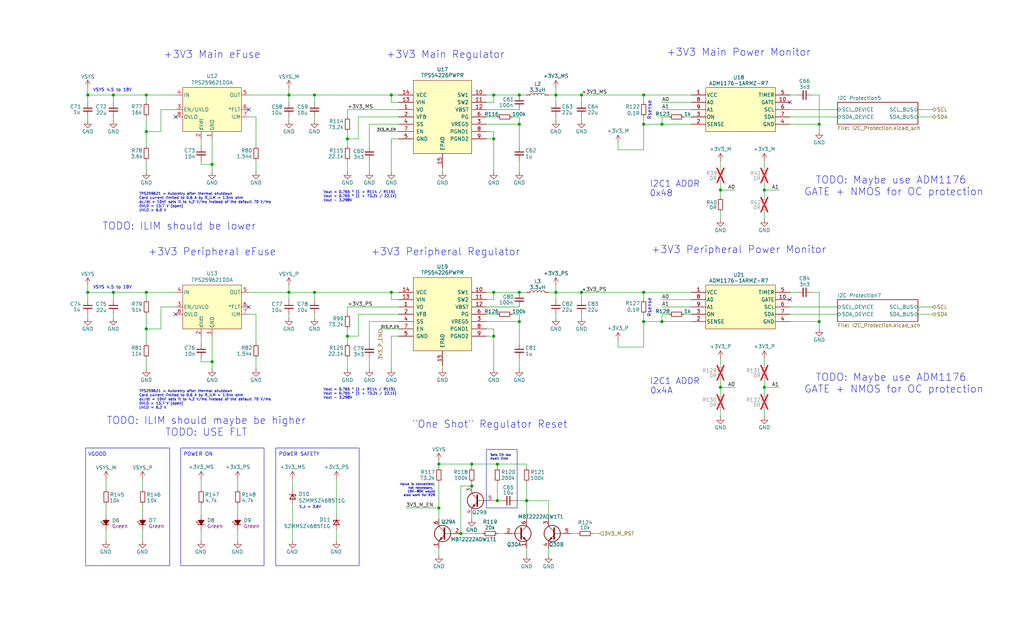
<source format=kicad_sch>
(kicad_sch (version 20231120) (generator "eeschema") (generator_version "8.0")
  (paper "USLegal")
  (title_block (title "Argus Mainboard") (date "2024-11-19") (rev "v2.1") (company "Carnegie Mellon University") (comment 1 "M. Holliday") (comment 2 "N. Khera") (comment 3 "V. Rajesh"))
  (junction (at 171.45 48.26))
  (junction (at 73.66 57.15))
  (junction (at 152.4 161.29))
  (junction (at 30.48 101.6))
  (junction (at 182.88 173.99))
  (junction (at 163.83 168.91))
  (junction (at 180.34 33.02))
  (junction (at 50.8 114.3))
  (junction (at 229.87 43.18))
  (junction (at 201.93 33.02))
  (junction (at 180.34 111.76))
  (junction (at 172.72 173.99))
  (junction (at 50.8 33.02))
  (junction (at 160.02 185.42))
  (junction (at 120.65 48.26))
  (junction (at 284.48 111.76))
  (junction (at 171.45 33.02))
  (junction (at 265.43 134.62))
  (junction (at 223.52 111.76))
  (junction (at 284.48 43.18))
  (junction (at 193.04 101.6))
  (junction (at 120.65 116.84))
  (junction (at 180.34 101.6))
  (junction (at 193.04 33.02))
  (junction (at 171.45 101.6))
  (junction (at 223.52 33.02))
  (junction (at 163.83 161.29))
  (junction (at 250.19 66.04))
  (junction (at 135.89 101.6))
  (junction (at 171.45 116.84))
  (junction (at 223.52 43.18))
  (junction (at 109.22 101.6))
  (junction (at 172.72 161.29))
  (junction (at 135.89 33.02))
  (junction (at 100.33 101.6))
  (junction (at 39.37 33.02))
  (junction (at 229.87 111.76))
  (junction (at 250.19 134.62))
  (junction (at 50.8 101.6))
  (junction (at 100.33 33.02))
  (junction (at 39.37 101.6))
  (junction (at 180.34 43.18))
  (junction (at 73.66 125.73))
  (junction (at 265.43 66.04))
  (junction (at 223.52 101.6))
  (junction (at 30.48 33.02))
  (junction (at 201.93 101.6))
  (junction (at 109.22 33.02))
  (junction (at 152.4 176.53))
  (junction (at 50.8 45.72))
  (no_connect (at 274.32 104.14))
  (no_connect (at 60.96 109.22))
  (no_connect (at 86.36 106.68))
  (no_connect (at 86.36 38.1))
  (no_connect (at 274.32 35.56))
  (no_connect (at 60.96 40.64))
  (wire (pts (xy 223.52 101.6) (xy 223.52 104.14)))
  (wire (pts (xy 193.04 109.22) (xy 193.04 110.49)))
  (wire (pts (xy 168.91 40.64) (xy 172.72 40.64)))
  (wire (pts (xy 182.88 161.29) (xy 182.88 162.56)))
  (wire (pts (xy 86.36 101.6) (xy 100.33 101.6)))
  (wire (pts (xy 229.87 111.76) (xy 240.03 111.76)))
  (wire (pts (xy 73.66 125.73) (xy 73.66 128.27)))
  (wire (pts (xy 201.93 101.6) (xy 223.52 101.6)))
  (wire (pts (xy 50.8 114.3) (xy 55.88 114.3)))
  (wire (pts (xy 190.5 180.34) (xy 190.5 173.99)))
  (wire (pts (xy 50.8 40.64) (xy 50.8 45.72)))
  (wire (pts (xy 116.84 184.15) (xy 116.84 187.96)))
  (wire (pts (xy 120.65 38.1) (xy 138.43 38.1)))
  (wire (pts (xy 88.9 55.88) (xy 88.9 59.69)))
  (wire (pts (xy 284.48 101.6) (xy 284.48 111.76)))
  (wire (pts (xy 120.65 114.3) (xy 120.65 116.84)))
  (wire (pts (xy 30.48 109.22) (xy 30.48 110.49)))
  (wire (pts (xy 152.4 167.64) (xy 152.4 176.53)))
  (wire (pts (xy 290.83 109.22) (xy 274.32 109.22)))
  (wire (pts (xy 124.46 48.26) (xy 120.65 48.26)))
  (wire (pts (xy 132.08 114.3) (xy 138.43 114.3)))
  (wire (pts (xy 128.27 43.18) (xy 138.43 43.18)))
  (wire (pts (xy 171.45 48.26) (xy 171.45 59.69)))
  (wire (pts (xy 160.02 168.91) (xy 163.83 168.91)))
  (wire (pts (xy 318.77 109.22) (xy 323.85 109.22)))
  (wire (pts (xy 30.48 33.02) (xy 30.48 30.48)))
  (wire (pts (xy 193.04 104.14) (xy 193.04 101.6)))
  (wire (pts (xy 160.02 185.42) (xy 167.64 185.42)))
  (wire (pts (xy 201.93 40.64) (xy 201.93 41.91)))
  (wire (pts (xy 128.27 43.18) (xy 128.27 50.8)))
  (wire (pts (xy 182.88 33.02) (xy 180.34 33.02)))
  (wire (pts (xy 39.37 109.22) (xy 39.37 110.49)))
  (wire (pts (xy 88.9 50.8) (xy 88.9 40.64)))
  (wire (pts (xy 284.48 111.76) (xy 284.48 114.3)))
  (wire (pts (xy 193.04 30.48) (xy 193.04 33.02)))
  (wire (pts (xy 318.77 40.64) (xy 323.85 40.64)))
  (wire (pts (xy 135.89 35.56) (xy 135.89 33.02)))
  (wire (pts (xy 69.85 116.84) (xy 69.85 119.38)))
  (wire (pts (xy 120.65 124.46) (xy 120.65 128.27)))
  (wire (pts (xy 182.88 101.6) (xy 180.34 101.6)))
  (wire (pts (xy 284.48 101.6) (xy 281.94 101.6)))
  (wire (pts (xy 101.6 175.26) (xy 101.6 187.96)))
  (wire (pts (xy 101.6 166.37) (xy 101.6 170.18)))
  (polyline (pts (xy 168.91 176.53) (xy 168.91 156.21)))
  (wire (pts (xy 120.65 106.68) (xy 120.65 109.22)))
  (polyline (pts (xy 179.578 176.53) (xy 179.578 156.21)))
  (wire (pts (xy 182.88 180.34) (xy 182.88 173.99)))
  (wire (pts (xy 120.65 106.68) (xy 138.43 106.68)))
  (wire (pts (xy 229.87 35.56) (xy 240.03 35.56)))
  (wire (pts (xy 171.45 33.02) (xy 171.45 35.56)))
  (wire (pts (xy 30.48 104.14) (xy 30.48 101.6)))
  (wire (pts (xy 152.4 193.04) (xy 152.4 190.5)))
  (wire (pts (xy 223.52 101.6) (xy 240.03 101.6)))
  (wire (pts (xy 250.19 142.24) (xy 250.19 144.78)))
  (wire (pts (xy 168.91 111.76) (xy 180.34 111.76)))
  (wire (pts (xy 190.5 173.99) (xy 182.88 173.99)))
  (wire (pts (xy 172.72 185.42) (xy 175.26 185.42)))
  (wire (pts (xy 50.8 109.22) (xy 50.8 114.3)))
  (wire (pts (xy 193.04 33.02) (xy 190.5 33.02)))
  (wire (pts (xy 109.22 35.56) (xy 109.22 33.02)))
  (wire (pts (xy 190.5 190.5) (xy 190.5 193.04)))
  (wire (pts (xy 140.97 176.53) (xy 152.4 176.53)))
  (wire (pts (xy 135.89 104.14) (xy 138.43 104.14)))
  (wire (pts (xy 100.33 99.06) (xy 100.33 101.6)))
  (wire (pts (xy 69.85 125.73) (xy 73.66 125.73)))
  (polyline (pts (xy 179.578 176.53) (xy 168.91 176.53)))
  (wire (pts (xy 50.8 55.88) (xy 50.8 59.69)))
  (wire (pts (xy 124.46 40.64) (xy 138.43 40.64)))
  (wire (pts (xy 116.84 166.37) (xy 116.84 179.07)))
  (wire (pts (xy 124.46 40.64) (xy 124.46 48.26)))
  (wire (pts (xy 86.36 33.02) (xy 100.33 33.02)))
  (wire (pts (xy 250.19 63.5) (xy 250.19 66.04)))
  (wire (pts (xy 171.45 101.6) (xy 180.34 101.6)))
  (wire (pts (xy 265.43 55.88) (xy 265.43 58.42)))
  (wire (pts (xy 290.83 106.68) (xy 274.32 106.68)))
  (wire (pts (xy 153.67 59.69) (xy 153.67 58.42)))
  (wire (pts (xy 274.32 43.18) (xy 284.48 43.18)))
  (wire (pts (xy 69.85 175.26) (xy 69.85 179.07)))
  (wire (pts (xy 172.72 167.64) (xy 172.72 173.99)))
  (wire (pts (xy 39.37 33.02) (xy 39.37 35.56)))
  (wire (pts (xy 55.88 114.3) (xy 55.88 106.68)))
  (wire (pts (xy 265.43 63.5) (xy 265.43 66.04)))
  (wire (pts (xy 229.87 106.68) (xy 240.03 106.68)))
  (wire (pts (xy 205.74 185.42) (xy 208.28 185.42)))
  (wire (pts (xy 88.9 119.38) (xy 88.9 109.22)))
  (wire (pts (xy 274.32 111.76) (xy 284.48 111.76)))
  (wire (pts (xy 171.45 114.3) (xy 171.45 116.84)))
  (wire (pts (xy 135.89 104.14) (xy 135.89 101.6)))
  (wire (pts (xy 223.52 33.02) (xy 240.03 33.02)))
  (wire (pts (xy 201.93 101.6) (xy 193.04 101.6)))
  (wire (pts (xy 318.77 106.68) (xy 323.85 106.68)))
  (wire (pts (xy 290.83 40.64) (xy 274.32 40.64)))
  (wire (pts (xy 135.89 48.26) (xy 135.89 59.69)))
  (wire (pts (xy 163.83 179.07) (xy 163.83 180.34)))
  (wire (pts (xy 179.07 173.99) (xy 182.88 173.99)))
  (wire (pts (xy 182.88 167.64) (xy 182.88 173.99)))
  (wire (pts (xy 128.27 124.46) (xy 128.27 128.27)))
  (wire (pts (xy 201.93 33.02) (xy 223.52 33.02)))
  (wire (pts (xy 50.8 45.72) (xy 50.8 50.8)))
  (wire (pts (xy 120.65 48.26) (xy 120.65 50.8)))
  (wire (pts (xy 73.66 116.84) (xy 73.66 125.73)))
  (wire (pts (xy 193.04 35.56) (xy 193.04 33.02)))
  (wire (pts (xy 172.72 161.29) (xy 182.88 161.29)))
  (wire (pts (xy 223.52 40.64) (xy 223.52 43.18)))
  (wire (pts (xy 50.8 33.02) (xy 60.96 33.02)))
  (wire (pts (xy 55.88 106.68) (xy 60.96 106.68)))
  (wire (pts (xy 120.65 116.84) (xy 120.65 119.38)))
  (wire (pts (xy 138.43 116.84) (xy 135.89 116.84)))
  (wire (pts (xy 265.43 124.46) (xy 265.43 127)))
  (wire (pts (xy 250.19 124.46) (xy 250.19 127)))
  (wire (pts (xy 168.91 109.22) (xy 172.72 109.22)))
  (wire (pts (xy 240.03 40.64) (xy 237.49 40.64)))
  (wire (pts (xy 120.65 38.1) (xy 120.65 40.64)))
  (wire (pts (xy 171.45 116.84) (xy 171.45 128.27)))
  (wire (pts (xy 73.66 48.26) (xy 73.66 57.15)))
  (wire (pts (xy 100.33 33.02) (xy 109.22 33.02)))
  (wire (pts (xy 30.48 33.02) (xy 39.37 33.02)))
  (wire (pts (xy 100.33 33.02) (xy 100.33 35.56)))
  (wire (pts (xy 193.04 101.6) (xy 190.5 101.6)))
  (wire (pts (xy 180.34 43.18) (xy 180.34 50.8)))
  (wire (pts (xy 135.89 101.6) (xy 138.43 101.6)))
  (wire (pts (xy 50.8 114.3) (xy 50.8 119.38)))
  (polyline (pts (xy 179.578 156.21) (xy 168.91 156.21)))
  (wire (pts (xy 168.91 35.56) (xy 171.45 35.56)))
  (wire (pts (xy 152.4 176.53) (xy 152.4 180.34)))
  (wire (pts (xy 82.55 175.26) (xy 82.55 179.07)))
  (wire (pts (xy 180.34 59.69) (xy 180.34 55.88)))
  (wire (pts (xy 30.48 35.56) (xy 30.48 33.02)))
  (wire (pts (xy 172.72 161.29) (xy 172.72 162.56)))
  (wire (pts (xy 177.8 109.22) (xy 180.34 109.22)))
  (wire (pts (xy 168.91 33.02) (xy 171.45 33.02)))
  (wire (pts (xy 124.46 116.84) (xy 120.65 116.84)))
  (wire (pts (xy 120.65 55.88) (xy 120.65 59.69)))
  (wire (pts (xy 130.81 45.72) (xy 138.43 45.72)))
  (wire (pts (xy 153.67 128.27) (xy 153.67 127)))
  (wire (pts (xy 223.52 111.76) (xy 229.87 111.76)))
  (wire (pts (xy 168.91 104.14) (xy 171.45 104.14)))
  (wire (pts (xy 201.93 35.56) (xy 201.93 33.02)))
  (wire (pts (xy 171.45 101.6) (xy 171.45 104.14)))
  (wire (pts (xy 250.19 66.04) (xy 250.19 68.58)))
  (wire (pts (xy 69.85 57.15) (xy 73.66 57.15)))
  (wire (pts (xy 182.88 190.5) (xy 182.88 193.04)))
  (wire (pts (xy 55.88 45.72) (xy 55.88 38.1)))
  (wire (pts (xy 82.55 166.37) (xy 82.55 170.18)))
  (wire (pts (xy 180.34 40.64) (xy 180.34 43.18)))
  (wire (pts (xy 152.4 160.02) (xy 152.4 161.29)))
  (wire (pts (xy 318.77 38.1) (xy 323.85 38.1)))
  (wire (pts (xy 201.93 109.22) (xy 201.93 110.49)))
  (wire (pts (xy 100.33 101.6) (xy 109.22 101.6)))
  (wire (pts (xy 109.22 33.02) (xy 135.89 33.02)))
  (wire (pts (xy 30.48 101.6) (xy 30.48 99.06)))
  (wire (pts (xy 171.45 45.72) (xy 171.45 48.26)))
  (wire (pts (xy 223.52 52.07) (xy 223.52 43.18)))
  (wire (pts (xy 69.85 124.46) (xy 69.85 125.73)))
  (wire (pts (xy 50.8 101.6) (xy 60.96 101.6)))
  (wire (pts (xy 223.52 33.02) (xy 223.52 35.56)))
  (wire (pts (xy 49.53 175.26) (xy 49.53 179.07)))
  (wire (pts (xy 152.4 161.29) (xy 152.4 162.56)))
  (wire (pts (xy 135.89 35.56) (xy 138.43 35.56)))
  (wire (pts (xy 69.85 166.37) (xy 69.85 170.18)))
  (wire (pts (xy 201.93 33.02) (xy 193.04 33.02)))
  (wire (pts (xy 168.91 114.3) (xy 171.45 114.3)))
  (wire (pts (xy 250.19 132.08) (xy 250.19 134.62)))
  (wire (pts (xy 284.48 33.02) (xy 281.94 33.02)))
  (wire (pts (xy 180.34 109.22) (xy 180.34 111.76)))
  (wire (pts (xy 250.19 134.62) (xy 255.27 134.62)))
  (wire (pts (xy 73.66 57.15) (xy 73.66 59.69)))
  (wire (pts (xy 39.37 101.6) (xy 50.8 101.6)))
  (wire (pts (xy 135.89 33.02) (xy 138.43 33.02)))
  (wire (pts (xy 265.43 66.04) (xy 270.51 66.04)))
  (wire (pts (xy 232.41 40.64) (xy 229.87 40.64)))
  (wire (pts (xy 69.85 55.88) (xy 69.85 57.15)))
  (wire (pts (xy 50.8 45.72) (xy 55.88 45.72)))
  (wire (pts (xy 229.87 38.1) (xy 240.03 38.1)))
  (wire (pts (xy 214.63 52.07) (xy 214.63 49.53)))
  (wire (pts (xy 86.36 40.64) (xy 88.9 40.64)))
  (wire (pts (xy 250.19 73.66) (xy 250.19 76.2)))
  (wire (pts (xy 168.91 106.68) (xy 180.34 106.68)))
  (wire (pts (xy 39.37 33.02) (xy 50.8 33.02)))
  (wire (pts (xy 109.22 110.49) (xy 109.22 109.22)))
  (wire (pts (xy 173.99 173.99) (xy 172.72 173.99)))
  (wire (pts (xy 250.19 134.62) (xy 250.19 137.16)))
  (wire (pts (xy 152.4 161.29) (xy 163.83 161.29)))
  (wire (pts (xy 265.43 73.66) (xy 265.43 76.2)))
  (wire (pts (xy 284.48 43.18) (xy 284.48 45.72)))
  (wire (pts (xy 214.63 120.65) (xy 214.63 118.11)))
  (wire (pts (xy 128.27 111.76) (xy 138.43 111.76)))
  (wire (pts (xy 50.8 124.46) (xy 50.8 128.27)))
  (wire (pts (xy 109.22 101.6) (xy 135.89 101.6)))
  (wire (pts (xy 124.46 109.22) (xy 138.43 109.22)))
  (wire (pts (xy 120.65 45.72) (xy 120.65 48.26)))
  (wire (pts (xy 177.8 40.64) (xy 180.34 40.64)))
  (wire (pts (xy 50.8 33.02) (xy 50.8 35.56)))
  (wire (pts (xy 100.33 40.64) (xy 100.33 41.91)))
  (wire (pts (xy 124.46 109.22) (xy 124.46 116.84)))
  (wire (pts (xy 229.87 40.64) (xy 229.87 43.18)))
  (wire (pts (xy 265.43 134.62) (xy 265.43 137.16)))
  (wire (pts (xy 163.83 161.29) (xy 163.83 162.56)))
  (wire (pts (xy 198.12 185.42) (xy 200.66 185.42)))
  (wire (pts (xy 229.87 43.18) (xy 240.03 43.18)))
  (wire (pts (xy 193.04 40.64) (xy 193.04 41.91)))
  (wire (pts (xy 274.32 33.02) (xy 276.86 33.02)))
  (wire (pts (xy 128.27 111.76) (xy 128.27 119.38)))
  (wire (pts (xy 138.43 48.26) (xy 135.89 48.26)))
  (wire (pts (xy 49.53 166.37) (xy 49.53 170.18)))
  (wire (pts (xy 284.48 33.02) (xy 284.48 43.18)))
  (wire (pts (xy 193.04 99.06) (xy 193.04 101.6)))
  (wire (pts (xy 168.91 101.6) (xy 171.45 101.6)))
  (wire (pts (xy 128.27 55.88) (xy 128.27 59.69)))
  (wire (pts (xy 135.89 116.84) (xy 135.89 128.27)))
  (wire (pts (xy 100.33 30.48) (xy 100.33 33.02)))
  (wire (pts (xy 265.43 142.24) (xy 265.43 144.78)))
  (wire (pts (xy 229.87 104.14) (xy 240.03 104.14)))
  (wire (pts (xy 223.52 120.65) (xy 223.52 111.76)))
  (wire (pts (xy 36.83 184.15) (xy 36.83 187.96)))
  (wire (pts (xy 171.45 33.02) (xy 180.34 33.02)))
  (wire (pts (xy 39.37 40.64) (xy 39.37 41.91)))
  (wire (pts (xy 274.32 101.6) (xy 276.86 101.6)))
  (wire (pts (xy 100.33 109.22) (xy 100.33 110.49)))
  (wire (pts (xy 180.34 128.27) (xy 180.34 124.46)))
  (wire (pts (xy 223.52 109.22) (xy 223.52 111.76)))
  (wire (pts (xy 160.02 185.42) (xy 160.02 168.91)))
  (wire (pts (xy 232.41 109.22) (xy 229.87 109.22)))
  (wire (pts (xy 109.22 41.91) (xy 109.22 40.64)))
  (wire (pts (xy 69.85 48.26) (xy 69.85 50.8)))
  (wire (pts (xy 223.52 43.18) (xy 229.87 43.18)))
  (wire (pts (xy 265.43 132.08) (xy 265.43 134.62)))
  (wire (pts (xy 36.83 166.37) (xy 36.83 170.18)))
  (wire (pts (xy 69.85 184.15) (xy 69.85 187.96)))
  (wire (pts (xy 82.55 184.15) (xy 82.55 187.96)))
  (wire (pts (xy 36.83 175.26) (xy 36.83 179.07)))
  (wire (pts (xy 229.87 109.22) (xy 229.87 111.76)))
  (wire (pts (xy 168.91 45.72) (xy 171.45 45.72)))
  (wire (pts (xy 163.83 161.29) (xy 172.72 161.29)))
  (wire (pts (xy 240.03 109.22) (xy 237.49 109.22)))
  (wire (pts (xy 201.93 104.14) (xy 201.93 101.6)))
  (wire (pts (xy 55.88 38.1) (xy 60.96 38.1)))
  (wire (pts (xy 180.34 111.76) (xy 180.34 119.38)))
  (wire (pts (xy 250.19 55.88) (xy 250.19 58.42)))
  (wire (pts (xy 49.53 184.15) (xy 49.53 187.96)))
  (wire (pts (xy 265.43 134.62) (xy 270.51 134.62)))
  (wire (pts (xy 30.48 40.64) (xy 30.48 41.91)))
  (wire (pts (xy 168.91 43.18) (xy 180.34 43.18)))
  (wire (pts (xy 214.63 120.65) (xy 223.52 120.65)))
  (wire (pts (xy 50.8 101.6) (xy 50.8 104.14)))
  (wire (pts (xy 86.36 109.22) (xy 88.9 109.22)))
  (wire (pts (xy 171.45 173.99) (xy 172.72 173.99)))
  (wire (pts (xy 109.22 104.14) (xy 109.22 101.6)))
  (wire (pts (xy 250.19 66.04) (xy 255.27 66.04)))
  (wire (pts (xy 100.33 101.6) (xy 100.33 104.14)))
  (wire (pts (xy 168.91 38.1) (xy 180.34 38.1)))
  (wire (pts (xy 265.43 66.04) (xy 265.43 68.58)))
  (wire (pts (xy 214.63 52.07) (xy 223.52 52.07)))
  (wire (pts (xy 39.37 101.6) (xy 39.37 104.14)))
  (wire (pts (xy 168.91 48.26) (xy 171.45 48.26)))
  (wire (pts (xy 88.9 124.46) (xy 88.9 128.27)))
  (wire (pts (xy 30.48 101.6) (xy 39.37 101.6)))
  (wire (pts (xy 290.83 38.1) (xy 274.32 38.1)))
  (wire (pts (xy 163.83 167.64) (xy 163.83 168.91)))
  (wire (pts (xy 168.91 116.84) (xy 171.45 116.84)))
  (rectangle (start 62.738 155.702) (end 91.694 196.596))
  (rectangle (start 95.758 155.702) (end 124.714 196.596))
  (rectangle (start 29.718 155.702) (end 58.928 196.596))
  (text "+3V3 Peripheral Power Monitor" (at 256.54 88.392 0) (effects (font (size 2.54 2.54)) (justify bottom)))
  (text "Sets EN low\ndwell time" (at 170.18 160.02 0) (effects (font (size 0.7874 0.7874)) (justify left bottom)))
  (text "V_z = 3.6V" (at 107.696 176.276 0) (effects (font (size 0.889 0.889))))
  (text "I2C1 ADDR" (at 243.078 133.858 0) (effects (font (size 2.159 2.159)) (justify right bottom)))
  (text "+3V3 Peripheral eFuse" (at 73.66 89.154 0) (effects (font (size 2.54 2.54)) (justify bottom)))
  (text "TODO: Maybe use ADM1176 \nGATE + NMOS for OC protection" (at 310.388 64.77 0) (effects (font (size 2.54 2.54))))
  (text "VSYS 4.5 to 18V" (at 32.258 32.004 0) (effects (font (size 1.0668 1.0668)) (justify left bottom)))
  (text "0x4A" (at 233.68 137.16 0) (effects (font (size 2.159 2.159)) (justify right bottom)))
  (text "Value is convenient,\nnot necessary. \n10K-80K would\nalso work for R29" (at 151.13 172.72 0) (effects (font (size 0.7874 0.7874)) (justify right bottom)))
  (text "TODO: Maybe use ADM1176 \nGATE + NMOS for OC protection" (at 310.388 133.35 0) (effects (font (size 2.54 2.54))))
  (text "Vout = 0.765 * (1 + R114 / R115)\nVout = 0.765 * (1 + 73.2k / 22.1k)\nVout - 3.298V" (at 112.268 136.906 0) (effects (font (size 0.889 0.889)) (justify left)))
  (text "+3V3 Main Regulator" (at 154.686 20.574 0) (effects (font (size 2.54 2.54)) (justify bottom)))
  (text "Vout = 0.765 * (1 + R114 / R115)\nVout = 0.765 * (1 + 73.2k / 22.1k)\nVout - 3.298V" (at 112.268 68.326 0) (effects (font (size 0.889 0.889)) (justify left)))
  (text "\"One Shot\" Regulator Reset" (at 143.002 149.098 0) (effects (font (size 2.54 2.54)) (justify left bottom)))
  (text "+3V3 Main eFuse" (at 73.66 20.574 0) (effects (font (size 2.54 2.54)) (justify bottom)))
  (text "0x48" (at 233.68 68.58 0) (effects (font (size 2.159 2.159)) (justify right bottom)))
  (text "TODO: ILIM should be lower" (at 62.23 78.74 0) (effects (font (size 2.54 2.54))))
  (text "TPS259621 = Autoretry after thermal shutdown\nCard current limited to 0.6 A by R_ILM = 1.54k ohm\ndv/dt = 10nF sets it to 4.2 V/ms instead of the default 70 V/ms\nOVLO = 13.7 V (open)\nUVLO = 6.2 V" (at 48.26 138.938 0) (effects (font (size 0.889 0.889)) (justify left)))
  (text "Rsense" (at 225.552 106.934 90) (effects (font (size 1.27 1.27))))
  (text "+3V3 Peripheral Regulator" (at 154.686 89.154 0) (effects (font (size 2.54 2.54)) (justify bottom)))
  (text "Rsense" (at 225.552 38.354 90) (effects (font (size 1.27 1.27))))
  (text "TODO: ILIM should maybe be higher\nTODO: USE FLT" (at 71.628 148.336 0) (effects (font (size 2.54 2.54))))
  (text "I2C1 ADDR" (at 243.078 65.278 0) (effects (font (size 2.159 2.159)) (justify right bottom)))
  (text "TPS259621 = Autoretry after thermal shutdown\nCard current limited to 0.6 A by R_ILM = 1.54k ohm\ndv/dt = 10nF sets it to 4.2 V/ms instead of the default 70 V/ms\nOVLO = 13.7 V (open)\nUVLO = 6.0 V" (at 48.26 70.358 0) (effects (font (size 0.889 0.889)) (justify left)))
  (text "VSYS 4.5 to 18V" (at 32.258 100.584 0) (effects (font (size 1.0668 1.0668)) (justify left bottom)))
  (text "POWER SAFETY" (at 103.886 157.988 0) (effects (font (size 1.27 1.27))))
  (text "+3V3 Main Power Monitor" (at 256.54 19.812 0) (effects (font (size 2.54 2.54)) (justify bottom)))
  (text "VGOOD" (at 33.782 157.988 0) (effects (font (size 1.27 1.27))))
  (text "POWER ON" (at 68.834 157.988 0) (effects (font (size 1.27 1.27))))
  (label "A0" (at 255.27 66.04 180))
  (label "A0" (at 229.87 35.56 0))
  (label "3V3_P_EN" (at 132.08 114.3 0) (effects (font (size 0.889 0.889))))
  (label "A0" (at 255.27 134.62 180))
  (label "+3V3_PS" (at 201.93 101.6 0))
  (label "+3V3_MS" (at 201.93 33.02 0))
  (label "A0" (at 229.87 104.14 0))
  (label "3V3_M_EN" (at 140.97 176.53 0))
  (label "A1" (at 270.51 134.62 180))
  (label "+3V3_MS" (at 120.65 38.1 0))
  (label "+3V3_PS" (at 120.65 106.68 0))
  (label "A1" (at 270.51 66.04 180))
  (label "A1" (at 229.87 106.68 0))
  (label "3V3_M_EN" (at 130.81 45.72 0) (effects (font (size 0.889 0.889))))
  (label "A1" (at 229.87 38.1 0))
  (hierarchical_label "SCL" (shape bidirectional) (at 323.85 38.1 0))
  (hierarchical_label "3V3_M_RST" (shape input) (at 208.28 185.42 0))
  (hierarchical_label "SCL" (shape bidirectional) (at 323.85 106.68 0))
  (hierarchical_label "SDA" (shape bidirectional) (at 323.85 40.64 0))
  (hierarchical_label "3V3_P_EN" (shape input) (at 132.08 114.3 270))
  (hierarchical_label "SDA" (shape bidirectional) (at 323.85 109.22 0))
  (symbol (lib_id "Device:C_Small") (at 128.27 121.92 180) (unit 1)
    (property "Reference" "C79" (at 126.492 120.396 0) (effects (justify left bottom)))
    (property "Value" "3n3" (at 126.492 122.428 0) (effects (justify left bottom)))
    (property "Footprint" "Capacitor_SMD:C_0603_1608Metric" (effects (hide yes)))
    (property "Description" "Unpolarized capacitor, small symbol" (effects (hide yes)))
  )
  (symbol (lib_id "power:+3V3") (at 69.85 166.37 0) (unit 1)
    (property "Reference" "#PWR0244" (effects (hide yes)))
    (property "Value" "+3V3_MS" (at 69.85 162.306 0))
    (property "Description" "Power symbol creates a global label with name \"+3V3\"" (effects (hide yes)))
  )
  (symbol (lib_id "power:GND") (at 82.55 187.96 0) (unit 1)
    (property "Reference" "#PWR0243" (effects (hide yes)))
    (property "Value" "GND" (at 84.455 191.77 0) (effects (justify right)))
    (property "Description" "Power symbol creates a global label with name \"GND\" , ground" (effects (hide yes)))
    (property "Author" "Antmicro" (effects (hide yes)))
    (property "License" "Apache-2.0" (effects (hide yes)))
  )
  (symbol (lib_id "Device:R_Small") (at 50.8 121.92 0) (unit 1)
    (property "Reference" "R81" (at 47.498 120.904 0))
    (property "Value" "11k" (at 47.498 122.936 0))
    (property "Footprint" "Resistor_SMD:R_0603_1608Metric" (effects (hide yes)))
    (property "Description" "Resistor, small symbol" (effects (hide yes)))
    (property "DPN" "RMCF0603FT10K0CT-ND" (effects (hide yes)))
    (property "DST" "Digi-Key" (effects (hide yes)))
    (property "MFR" "Stackpole Electronics Inc" (effects (hide yes)))
    (property "MPN" "RMCF0603FT10K0" (effects (hide yes)))
  )
  (symbol (lib_id "power:GND") (at 30.48 110.49 0) (unit 1)
    (property "Reference" "#PWR0169" (effects (hide yes)))
    (property "Value" "GND" (at 30.48 114.3 0))
    (property "Description" "Power symbol creates a global label with name \"GND\" , ground" (effects (hide yes)))
  )
  (symbol (lib_id "Device:R_Small") (at 50.8 53.34 0) (unit 1)
    (property "Reference" "R78" (at 47.498 52.324 0))
    (property "Value" "3.6k" (at 47.498 54.356 0))
    (property "Footprint" "Resistor_SMD:R_0603_1608Metric" (effects (hide yes)))
    (property "Description" "Resistor, small symbol" (effects (hide yes)))
    (property "DPN" "RMCF0603FT10K0CT-ND" (effects (hide yes)))
    (property "DST" "Digi-Key" (effects (hide yes)))
    (property "MFR" "Stackpole Electronics Inc" (effects (hide yes)))
    (property "MPN" "RMCF0603FT10K0" (effects (hide yes)))
  )
  (symbol (lib_id "power:+3V3") (at 193.04 30.48 0) (unit 1)
    (property "Reference" "#PWR0167" (effects (hide yes)))
    (property "Value" "+3V3_MS" (at 193.04 26.416 0))
    (property "Description" "Power symbol creates a global label with name \"+3V3\"" (effects (hide yes)))
  )
  (symbol (lib_id "Device:R_Small") (at 50.8 38.1 0) (unit 1)
    (property "Reference" "R77" (at 47.498 37.084 0))
    (property "Value" "16k" (at 47.498 39.116 0))
    (property "Footprint" "Resistor_SMD:R_0603_1608Metric" (effects (hide yes)))
    (property "Description" "Resistor, small symbol" (effects (hide yes)))
    (property "DPN" "RMCF0603FT10K0CT-ND" (effects (hide yes)))
    (property "DST" "Digi-Key" (effects (hide yes)))
    (property "MFR" "Stackpole Electronics Inc" (effects (hide yes)))
    (property "MPN" "RMCF0603FT10K0" (effects (hide yes)))
  )
  (symbol (lib_id "power:GND") (at 284.48 114.3 0) (unit 1)
    (property "Reference" "#PWR0229" (effects (hide yes)))
    (property "Value" "GND" (at 284.48 118.11 0))
    (property "Description" "Power symbol creates a global label with name \"GND\" , ground" (effects (hide yes)))
  )
  (symbol (lib_id "power:+3V3") (at 116.84 166.37 0) (unit 1)
    (property "Reference" "#PWR0246" (effects (hide yes)))
    (property "Value" "+3V3_PS" (at 116.84 162.306 0))
    (property "Description" "Power symbol creates a global label with name \"+3V3\"" (effects (hide yes)))
  )
  (symbol (lib_id "power:GND") (at 201.93 110.49 0) (unit 1)
    (property "Reference" "#PWR0223" (effects (hide yes)))
    (property "Value" "GND" (at 201.93 114.3 0))
    (property "Description" "Power symbol creates a global label with name \"GND\" , ground" (effects (hide yes)))
  )
  (symbol (lib_id "Device:R_Small") (at 120.65 43.18 180) (unit 1)
    (property "Reference" "R114" (at 119.38 42.164 0) (effects (justify left)))
    (property "Value" "73.2k" (at 119.38 44.196 0) (effects (justify left)))
    (property "Footprint" "Resistor_SMD:R_0603_1608Metric" (effects (hide yes)))
    (property "Description" "Resistor, small symbol" (effects (hide yes)))
  )
  (symbol (lib_id "Device:R_Small") (at 265.43 129.54 0) (mirror x) (unit 1) (dnp yes)
    (property "Reference" "R131" (at 261.62 128.778 0))
    (property "Value" "0R" (at 262.89 130.556 0))
    (property "Footprint" "Resistor_SMD:R_0603_1608Metric" (effects (hide yes)))
    (property "Description" "Resistor, small symbol" (effects (hide yes)))
  )
  (symbol (lib_id "Device:R_Small") (at 250.19 60.96 0) (mirror x) (unit 1) (dnp yes)
    (property "Reference" "R39" (at 247.142 60.198 0))
    (property "Value" "0R" (at 247.65 61.976 0))
    (property "Footprint" "Resistor_SMD:R_0603_1608Metric" (effects (hide yes)))
    (property "Description" "Resistor, small symbol" (effects (hide yes)))
  )
  (symbol (lib_id "power:+BATT") (at 100.33 99.06 0) (unit 1)
    (property "Reference" "#PWR0212" (effects (hide yes)))
    (property "Value" "VSYS_P" (at 100.33 95.25 0))
    (property "Description" "Power symbol creates a global label with name \"+BATT\"" (effects (hide yes)))
  )
  (symbol (lib_id "Device:R_Small") (at 223.52 38.1 0) (mirror x) (unit 1)
    (property "Reference" "R122" (at 219.71 37.084 0))
    (property "Value" "0.1R" (at 219.964 39.37 0))
    (property "Footprint" "Resistor_SMD:R_2512_6332Metric" (effects (hide yes)))
    (property "Description" "Resistor, small symbol" (effects (hide yes)))
  )
  (symbol (lib_id "Device:R_Small") (at 82.55 172.72 180) (unit 1)
    (property "Reference" "R148" (at 83.82 171.196 0) (effects (justify right bottom)))
    (property "Value" "4.7k" (at 88.138 173.228 0) (effects (justify left bottom)))
    (property "Footprint" "Resistor_SMD:R_0603_1608Metric" (effects (hide yes)))
    (property "Description" "Resistor, small symbol" (effects (hide yes)))
    (property "Manufacturer" "Bourns" (effects (hide yes)))
    (property "MPN" "CR0402-FX-4701GLF" (effects (hide yes)))
    (property "Val" "4k7" (effects (hide yes)))
    (property "License" "Apache-2.0" (effects (hide yes)))
    (property "Author" "Antmicro" (effects (hide yes)))
    (property "Tolerance" "1%" (effects (hide yes)))
  )
  (symbol (lib_id "Device:C_Small") (at 69.85 121.92 0) (mirror y) (unit 1)
    (property "Reference" "C76" (at 67.818 120.904 0) (effects (justify left)))
    (property "Value" "10n" (at 67.8561 123.0024 0) (effects (justify left)))
    (property "Footprint" "Capacitor_SMD:C_0603_1608Metric" (effects (hide yes)))
    (property "Description" "10 nF (10000pF) ±10% 50V Ceramic Capacitor X7R 0603 (1608 Metric)" (effects (hide yes)))
    (property "MPN" "C0603C103J3GECAUTO" (effects (hide yes)))
    (property "MFR" "KEMET" (effects (hide yes)))
    (property "DPN" "399-14102-1-ND" (effects (hide yes)))
    (property "DST" "Digi-Key" (effects (hide yes)))
  )
  (symbol (lib_id "power:GND") (at 180.34 128.27 0) (unit 1)
    (property "Reference" "#PWR0220" (effects (hide yes)))
    (property "Value" "GND" (at 180.34 132.08 0))
    (property "Description" "Power symbol creates a global label with name \"GND\" , ground" (effects (hide yes)))
  )
  (symbol (lib_id "power:+BATT") (at 152.4 160.02 0) (unit 1)
    (property "Reference" "#PWR0146" (effects (hide yes)))
    (property "Value" "VSYS" (at 152.4 156.21 0))
    (property "Description" "Power symbol creates a global label with name \"+BATT\"" (effects (hide yes)))
  )
  (symbol (lib_id "Device:LED_Small_Filled") (at 82.55 181.61 90) (unit 1)
    (property "Reference" "D9" (at 84.582 180.848 90) (effects (justify right)))
    (property "Value" "LED_G_0603_LTST-C190GKT" (effects (hide yes)))
    (property "Footprint" "LED_SMD:LED_0603_1608Metric" (effects (hide yes)))
    (property "Description" "Light emitting diode, small symbol, filled shape" (effects (hide yes)))
    (property "MPN" "LTST-C190GKT" (effects (hide yes)))
    (property "Manufacturer" "Lite-On" (effects (hide yes)))
    (property "Author" "Antmicro" (effects (hide yes)))
    (property "License" "Apache-2.0" (effects (hide yes)))
    (property "Public" "False" (effects (hide yes)))
    (property "Color" "Green" (at 84.582 182.88 90) (effects (justify right)))
  )
  (symbol (lib_id "power:+BATT") (at 36.83 166.37 0) (unit 1)
    (property "Reference" "#PWR0236" (effects (hide yes)))
    (property "Value" "VSYS_M" (at 36.83 162.56 0))
    (property "Description" "Power symbol creates a global label with name \"+BATT\"" (effects (hide yes)))
  )
  (symbol (lib_id "Device:C_Small") (at 69.85 53.34 0) (mirror y) (unit 1)
    (property "Reference" "C73" (at 67.818 52.324 0) (effects (justify left)))
    (property "Value" "10n" (at 67.8561 54.4224 0) (effects (justify left)))
    (property "Footprint" "Capacitor_SMD:C_0603_1608Metric" (effects (hide yes)))
    (property "Description" "10 nF (10000pF) ±10% 50V Ceramic Capacitor X7R 0603 (1608 Metric)" (effects (hide yes)))
    (property "MPN" "C0603C103J3GECAUTO" (effects (hide yes)))
    (property "MFR" "KEMET" (effects (hide yes)))
    (property "DPN" "399-14102-1-ND" (effects (hide yes)))
    (property "DST" "Digi-Key" (effects (hide yes)))
  )
  (symbol (lib_id "Argus-IC:ADM1176-1ARMZ-R7") (at 256.54 38.1 0) (unit 1)
    (property "Reference" "U18" (at 256.54 26.924 0))
    (property "Value" "ADM1176-1ARMZ-R7" (at 256.54 28.956 0))
    (property "Footprint" "Package_SO:MSOP-10_3x3mm_P0.5mm" (effects (hide yes)))
    (property "Flight" "ADM1176-1ARMZ-R7" (effects (hide yes)))
    (property "Manufacturer_Name" "Analog Devices Inc." (effects (hide yes)))
    (property "Manufacturer_Part_Number" "ADM1176-1ARMZ-R7" (effects (hide yes)))
    (property "Proto" "ADM1176-1ARMZ-R7" (effects (hide yes)))
  )
  (symbol (lib_id "power:GND") (at 135.89 128.27 0) (unit 1)
    (property "Reference" "#PWR0217" (effects (hide yes)))
    (property "Value" "GND" (at 135.89 132.08 0))
    (property "Description" "Power symbol creates a global label with name \"GND\" , ground" (effects (hide yes)))
  )
  (symbol (lib_id "power:+3V3") (at 214.63 49.53 0) (unit 1)
    (property "Reference" "#PWR0150" (effects (hide yes)))
    (property "Value" "+3V3_M" (at 214.63 45.466 0))
    (property "Description" "Power symbol creates a global label with name \"+3V3\"" (effects (hide yes)))
  )
  (symbol (lib_id "Device:R_Small") (at 234.95 40.64 90) (mirror x) (unit 1)
    (property "Reference" "R123" (at 230.124 39.624 90))
    (property "Value" "1k" (at 238.76 39.624 90))
    (property "Footprint" "Resistor_SMD:R_0603_1608Metric" (effects (hide yes)))
    (property "Description" "Resistor, small symbol" (effects (hide yes)))
  )
  (symbol (lib_id "Device:R_Small") (at 163.83 165.1 0) (mirror y) (unit 1)
    (property "Reference" "R118" (at 162.56 164.084 0) (effects (justify left)))
    (property "Value" "100k" (at 162.56 166.116 0) (effects (justify left)))
    (property "Footprint" "Resistor_SMD:R_0603_1608Metric" (effects (hide yes)))
    (property "Description" "Resistor, small symbol" (effects (hide yes)))
  )
  (symbol (lib_id "power:GND") (at 100.33 110.49 0) (unit 1)
    (property "Reference" "#PWR0213" (effects (hide yes)))
    (property "Value" "GND" (at 100.33 114.3 0))
    (property "Description" "Power symbol creates a global label with name \"GND\" , ground" (effects (hide yes)))
  )
  (symbol (lib_id "power:GND") (at 36.83 187.96 0) (unit 1)
    (property "Reference" "#PWR0237" (effects (hide yes)))
    (property "Value" "GND" (at 38.735 191.77 0) (effects (justify right)))
    (property "Description" "Power symbol creates a global label with name \"GND\" , ground" (effects (hide yes)))
    (property "Author" "Antmicro" (effects (hide yes)))
    (property "License" "Apache-2.0" (effects (hide yes)))
  )
  (symbol (lib_id "Device:R_Small") (at 250.19 71.12 0) (mirror x) (unit 1)
    (property "Reference" "R40" (at 247.142 70.358 0))
    (property "Value" "0R" (at 247.65 72.136 0))
    (property "Footprint" "Resistor_SMD:R_0603_1608Metric" (effects (hide yes)))
    (property "Description" "Resistor, small symbol" (effects (hide yes)))
  )
  (symbol (lib_id "Device:C_Small") (at 30.48 106.68 0) (mirror y) (unit 1)
    (property "Reference" "C74" (at 28.194 105.664 0) (effects (justify left)))
    (property "Value" "1u" (at 27.9781 107.5084 0) (effects (justify left)))
    (property "Footprint" "Capacitor_SMD:C_0603_1608Metric" (effects (hide yes)))
    (property "Description" "1µF ±10% 25V Ceramic Capacitor X5R 0603 (1608 Metric)" (effects (hide yes)))
    (property "MPN" "TMK107BJ105KAHT" (effects (hide yes)))
    (property "MFR" "Taiyo Yuden" (effects (hide yes)))
    (property "DPN" "587-3473-1-ND" (effects (hide yes)))
    (property "DST" "Digi-Key" (effects (hide yes)))
  )
  (symbol (lib_id "power:GND") (at 39.37 110.49 0) (unit 1)
    (property "Reference" "#PWR0208" (effects (hide yes)))
    (property "Value" "GND" (at 39.37 114.3 0))
    (property "Description" "Power symbol creates a global label with name \"GND\" , ground" (effects (hide yes)))
  )
  (symbol (lib_id "power:GND") (at 193.04 110.49 0) (unit 1)
    (property "Reference" "#PWR0222" (effects (hide yes)))
    (property "Value" "GND" (at 193.04 114.3 0))
    (property "Description" "Power symbol creates a global label with name \"GND\" , ground" (effects (hide yes)))
  )
  (symbol (lib_id "Device:C_Small") (at 30.48 38.1 0) (mirror y) (unit 1)
    (property "Reference" "C71" (at 28.194 37.084 0) (effects (justify left)))
    (property "Value" "1u" (at 27.9781 38.9284 0) (effects (justify left)))
    (property "Footprint" "Capacitor_SMD:C_0603_1608Metric" (effects (hide yes)))
    (property "Description" "1µF ±10% 25V Ceramic Capacitor X5R 0603 (1608 Metric)" (effects (hide yes)))
    (property "MPN" "TMK107BJ105KAHT" (effects (hide yes)))
    (property "MFR" "Taiyo Yuden" (effects (hide yes)))
    (property "DPN" "587-3473-1-ND" (effects (hide yes)))
    (property "DST" "Digi-Key" (effects (hide yes)))
  )
  (symbol (lib_id "Device:LED_Small_Filled") (at 36.83 181.61 90) (unit 1)
    (property "Reference" "D6" (at 38.862 180.848 90) (effects (justify right)))
    (property "Value" "LED_G_0603_LTST-C190GKT" (effects (hide yes)))
    (property "Footprint" "LED_SMD:LED_0603_1608Metric" (effects (hide yes)))
    (property "Description" "Light emitting diode, small symbol, filled shape" (effects (hide yes)))
    (property "MPN" "LTST-C190GKT" (effects (hide yes)))
    (property "Manufacturer" "Lite-On" (effects (hide yes)))
    (property "Author" "Antmicro" (effects (hide yes)))
    (property "License" "Apache-2.0" (effects (hide yes)))
    (property "Public" "False" (effects (hide yes)))
    (property "Color" "Green" (at 38.862 182.88 90) (effects (justify right)))
  )
  (symbol (lib_id "power:GND") (at 201.93 41.91 0) (unit 1)
    (property "Reference" "#PWR0149" (effects (hide yes)))
    (property "Value" "GND" (at 201.93 45.72 0))
    (property "Description" "Power symbol creates a global label with name \"GND\" , ground" (effects (hide yes)))
  )
  (symbol (lib_id "Device:C_Small") (at 180.34 35.56 0) (unit 1)
    (property "Reference" "C61" (at 176.53 35.306 0) (effects (justify bottom)))
    (property "Value" "100n" (at 175.768 36.576 0))
    (property "Footprint" "Capacitor_SMD:C_0603_1608Metric" (effects (hide yes)))
    (property "Description" "Unpolarized capacitor, small symbol" (effects (hide yes)))
  )
  (symbol (lib_id "Transistor_BJT:MBT2222ADW1T1") (at 166.37 173.99 0) (mirror y) (unit 2)
    (property "Reference" "Q29" (at 169.164 178.054 0) (effects (justify left)))
    (property "Value" "MBT2222ADW1T1" (effects (hide yes)))
    (property "Footprint" "Package_TO_SOT_SMD:SOT-363_SC-70-6" (effects (hide yes)))
    (property "Datasheet" "http://www.onsemi.com/pub_link/Collateral/MBT2222ADW1T1-D.PDF" (effects (hide yes)))
    (property "Description" "Dual NPN BJT - 2NPN" (effects (hide yes)))
    (property "Flight" "MBT2222ADW1T1G" (effects (hide yes)))
    (property "Manufacturer_Name" "ON Semiconductor" (effects (hide yes)))
    (property "Manufacturer_Part_Number" "MBT2222ADW1T1G" (effects (hide yes)))
    (property "Proto" "MBT2222ADW1T1G" (effects (hide yes)))
  )
  (symbol (lib_id "power:GND") (at 109.22 41.91 0) (unit 1)
    (property "Reference" "#PWR0157" (effects (hide yes)))
    (property "Value" "GND" (at 109.22 45.72 0))
    (property "Description" "Power symbol creates a global label with name \"GND\" , ground" (effects (hide yes)))
  )
  (symbol (lib_id "Device:C_Small") (at 109.22 106.68 0) (unit 1)
    (property "Reference" "C78" (at 103.124 106.426 0) (effects (justify left bottom)))
    (property "Value" "10u" (at 103.124 108.458 0) (effects (justify left bottom)))
    (property "Footprint" "Capacitor_SMD:C_0805_2012Metric" (effects (hide yes)))
    (property "Description" "Unpolarized capacitor, small symbol" (effects (hide yes)))
  )
  (symbol (lib_id "power:+3V3") (at 265.43 55.88 0) (unit 1)
    (property "Reference" "#PWR0160" (effects (hide yes)))
    (property "Value" "+3V3_M" (at 265.43 51.816 0))
    (property "Description" "Power symbol creates a global label with name \"+3V3\"" (effects (hide yes)))
  )
  (symbol (lib_id "power:+3V3") (at 82.55 166.37 0) (unit 1)
    (property "Reference" "#PWR0240" (effects (hide yes)))
    (property "Value" "+3V3_PS" (at 82.55 162.306 0))
    (property "Description" "Power symbol creates a global label with name \"+3V3\"" (effects (hide yes)))
  )
  (symbol (lib_id "Device:C_Small") (at 201.93 106.68 180) (unit 1)
    (property "Reference" "C83" (at 203.962 104.902 0) (effects (justify right bottom)))
    (property "Value" "22u" (at 203.962 106.934 0) (effects (justify right bottom)))
    (property "Footprint" "Capacitor_SMD:C_0603_1608Metric" (effects (hide yes)))
    (property "Description" "Unpolarized capacitor, small symbol" (effects (hide yes)))
  )
  (symbol (lib_id "Transistor_BJT:MBT2222ADW1T1") (at 193.04 185.42 0) (mirror y) (unit 2)
    (property "Reference" "Q30" (at 195.834 189.23 0) (effects (justify left)))
    (property "Value" "MBT2222ADW1T1" (effects (hide yes)))
    (property "Footprint" "Package_TO_SOT_SMD:SOT-363_SC-70-6" (effects (hide yes)))
    (property "Datasheet" "http://www.onsemi.com/pub_link/Collateral/MBT2222ADW1T1-D.PDF" (effects (hide yes)))
    (property "Description" "Dual NPN BJT - 2NPN" (effects (hide yes)))
    (property "Flight" "MBT2222ADW1T1G" (effects (hide yes)))
    (property "Manufacturer_Name" "ON Semiconductor" (effects (hide yes)))
    (property "Manufacturer_Part_Number" "MBT2222ADW1T1G" (effects (hide yes)))
    (property "Proto" "MBT2222ADW1T1G" (effects (hide yes)))
  )
  (symbol (lib_id "power:GND") (at 39.37 41.91 0) (unit 1)
    (property "Reference" "#PWR0111" (effects (hide yes)))
    (property "Value" "GND" (at 39.37 45.72 0))
    (property "Description" "Power symbol creates a global label with name \"GND\" , ground" (effects (hide yes)))
  )
  (symbol (lib_id "power:GND") (at 250.19 144.78 0) (unit 1)
    (property "Reference" "#PWR0226" (effects (hide yes)))
    (property "Value" "GND" (at 250.19 148.59 0))
    (property "Description" "Power symbol creates a global label with name \"GND\" , ground" (effects (hide yes)))
  )
  (symbol (lib_id "power:GND") (at 180.34 59.69 0) (unit 1)
    (property "Reference" "#PWR0145" (effects (hide yes)))
    (property "Value" "GND" (at 180.34 63.5 0))
    (property "Description" "Power symbol creates a global label with name \"GND\" , ground" (effects (hide yes)))
  )
  (symbol (lib_id "Device:R_Small") (at 175.26 109.22 270) (unit 1)
    (property "Reference" "R126" (at 168.148 108.966 90) (effects (justify left bottom)))
    (property "Value" "100k" (at 177.8 108.966 90) (effects (justify left bottom)))
    (property "Footprint" "Resistor_SMD:R_0603_1608Metric" (effects (hide yes)))
    (property "Description" "Resistor, small symbol" (effects (hide yes)))
  )
  (symbol (lib_id "power:GND") (at 265.43 144.78 0) (unit 1)
    (property "Reference" "#PWR0228" (effects (hide yes)))
    (property "Value" "GND" (at 265.43 148.59 0))
    (property "Description" "Power symbol creates a global label with name \"GND\" , ground" (effects (hide yes)))
  )
  (symbol (lib_id "Device:C_Small") (at 100.33 38.1 0) (unit 1)
    (property "Reference" "C58" (at 94.234 37.846 0) (effects (justify left bottom)))
    (property "Value" "10u" (at 94.234 39.878 0) (effects (justify left bottom)))
    (property "Footprint" "Capacitor_SMD:C_0805_2012Metric" (effects (hide yes)))
    (property "Description" "Unpolarized capacitor, small symbol" (effects (hide yes)))
  )
  (symbol (lib_id "power:GND") (at 101.6 187.96 0) (unit 1)
    (property "Reference" "#PWR0242" (effects (hide yes)))
    (property "Value" "GND" (at 103.505 191.77 0) (effects (justify right)))
    (property "Description" "Power symbol creates a global label with name \"GND\" , ground" (effects (hide yes)))
    (property "Author" "Antmicro" (effects (hide yes)))
    (property "License" "Apache-2.0" (effects (hide yes)))
  )
  (symbol (lib_id "power:GND") (at 30.48 41.91 0) (unit 1)
    (property "Reference" "#PWR0109" (effects (hide yes)))
    (property "Value" "GND" (at 30.48 45.72 0))
    (property "Description" "Power symbol creates a global label with name \"GND\" , ground" (effects (hide yes)))
  )
  (symbol (lib_id "Device:C_Small") (at 109.22 38.1 0) (unit 1)
    (property "Reference" "C59" (at 103.124 37.846 0) (effects (justify left bottom)))
    (property "Value" "10u" (at 103.124 39.878 0) (effects (justify left bottom)))
    (property "Footprint" "Capacitor_SMD:C_0805_2012Metric" (effects (hide yes)))
    (property "Description" "Unpolarized capacitor, small symbol" (effects (hide yes)))
  )
  (symbol (lib_id "power:GND") (at 120.65 128.27 0) (unit 1)
    (property "Reference" "#PWR0215" (effects (hide yes)))
    (property "Value" "GND" (at 120.65 132.08 0))
    (property "Description" "Power symbol creates a global label with name \"GND\" , ground" (effects (hide yes)))
  )
  (symbol (lib_id "Device:C_Small") (at 176.53 173.99 270) (unit 1)
    (property "Reference" "C65" (at 176.53 169.418 90))
    (property "Value" "10u" (at 176.53 171.196 90))
    (property "Footprint" "Capacitor_SMD:C_0603_1608Metric" (effects (hide yes)))
    (property "Description" "10uF +-20% 10V X5R" (effects (hide yes)))
  )
  (symbol (lib_id "power:GND") (at 265.43 76.2 0) (unit 1)
    (property "Reference" "#PWR0161" (effects (hide yes)))
    (property "Value" "GND" (at 265.43 80.01 0))
    (property "Description" "Power symbol creates a global label with name \"GND\" , ground" (effects (hide yes)))
  )
  (symbol (lib_id "power:+BATT") (at 100.33 30.48 0) (unit 1)
    (property "Reference" "#PWR0138" (effects (hide yes)))
    (property "Value" "VSYS_M" (at 100.33 26.67 0))
    (property "Description" "Power symbol creates a global label with name \"+BATT\"" (effects (hide yes)))
  )
  (symbol (lib_id "power:+3V3") (at 250.19 124.46 0) (unit 1)
    (property "Reference" "#PWR0225" (effects (hide yes)))
    (property "Value" "+3V3_P" (at 250.19 120.396 0))
    (property "Description" "Power symbol creates a global label with name \"+3V3\"" (effects (hide yes)))
  )
  (symbol (lib_id "Device:R_Small") (at 50.8 106.68 0) (unit 1)
    (property "Reference" "R79" (at 47.498 105.664 0))
    (property "Value" "51k" (at 47.498 107.696 0))
    (property "Footprint" "Resistor_SMD:R_0603_1608Metric" (effects (hide yes)))
    (property "Description" "Resistor, small symbol" (effects (hide yes)))
    (property "DPN" "RMCF0603FT10K0CT-ND" (effects (hide yes)))
    (property "DST" "Digi-Key" (effects (hide yes)))
    (property "MFR" "Stackpole Electronics Inc" (effects (hide yes)))
    (property "MPN" "RMCF0603FT10K0" (effects (hide yes)))
  )
  (symbol (lib_id "Device:R_Small") (at 120.65 111.76 180) (unit 1)
    (property "Reference" "R99" (at 119.38 110.744 0) (effects (justify left)))
    (property "Value" "73.2k" (at 119.38 112.776 0) (effects (justify left)))
    (property "Footprint" "Resistor_SMD:R_0603_1608Metric" (effects (hide yes)))
    (property "Description" "Resistor, small symbol" (effects (hide yes)))
  )
  (symbol (lib_id "Device:R_Small") (at 182.88 165.1 0) (mirror y) (unit 1)
    (property "Reference" "R121" (at 184.15 164.084 0) (effects (justify right)))
    (property "Value" "100k" (at 184.15 166.116 0) (effects (justify right)))
    (property "Footprint" "Resistor_SMD:R_0603_1608Metric" (effects (hide yes)))
    (property "Description" "Resistor, small symbol" (effects (hide yes)))
  )
  (symbol (lib_id "power:+3V3") (at 214.63 118.11 0) (unit 1)
    (property "Reference" "#PWR0224" (effects (hide yes)))
    (property "Value" "+3V3_P" (at 214.63 114.046 0))
    (property "Description" "Power symbol creates a global label with name \"+3V3\"" (effects (hide yes)))
  )
  (symbol (lib_id "power:GND") (at 190.5 193.04 0) (unit 1)
    (property "Reference" "#PWR0152" (effects (hide yes)))
    (property "Value" "GND" (at 190.5 196.85 0))
    (property "Description" "Power symbol creates a global label with name \"GND\" , ground" (effects (hide yes)))
  )
  (symbol (lib_id "power:GND") (at 116.84 187.96 0) (unit 1)
    (property "Reference" "#PWR0247" (effects (hide yes)))
    (property "Value" "GND" (at 118.745 191.77 0) (effects (justify right)))
    (property "Description" "Power symbol creates a global label with name \"GND\" , ground" (effects (hide yes)))
    (property "Author" "Antmicro" (effects (hide yes)))
    (property "License" "Apache-2.0" (effects (hide yes)))
  )
  (symbol (lib_id "power:+3V3") (at 193.04 99.06 0) (unit 1)
    (property "Reference" "#PWR0221" (effects (hide yes)))
    (property "Value" "+3V3_PS" (at 193.04 94.996 0))
    (property "Description" "Power symbol creates a global label with name \"+3V3\"" (effects (hide yes)))
  )
  (symbol (lib_id "Device:C_Small") (at 180.34 121.92 0) (unit 1)
    (property "Reference" "C81" (at 182.372 120.904 0) (effects (justify left)))
    (property "Value" "1u" (at 182.372 122.936 0) (effects (justify left)))
    (property "Footprint" "Capacitor_SMD:C_0603_1608Metric" (effects (hide yes)))
    (property "Description" "Unpolarized capacitor, small symbol" (effects (hide yes)))
  )
  (symbol (lib_id "Device:R_Small") (at 69.85 172.72 180) (unit 1)
    (property "Reference" "R147" (at 71.12 171.196 0) (effects (justify right bottom)))
    (property "Value" "4.7k" (at 75.438 173.228 0) (effects (justify left bottom)))
    (property "Footprint" "Resistor_SMD:R_0603_1608Metric" (effects (hide yes)))
    (property "Description" "Resistor, small symbol" (effects (hide yes)))
    (property "Manufacturer" "Bourns" (effects (hide yes)))
    (property "MPN" "CR0402-FX-4701GLF" (effects (hide yes)))
    (property "Val" "4k7" (effects (hide yes)))
    (property "License" "Apache-2.0" (effects (hide yes)))
    (property "Author" "Antmicro" (effects (hide yes)))
    (property "Tolerance" "1%" (effects (hide yes)))
  )
  (symbol (lib_id "Device:C_Small") (at 201.93 38.1 180) (unit 1)
    (property "Reference" "C64" (at 203.962 36.322 0) (effects (justify right bottom)))
    (property "Value" "22u" (at 203.962 38.354 0) (effects (justify right bottom)))
    (property "Footprint" "Capacitor_SMD:C_0603_1608Metric" (effects (hide yes)))
    (property "Description" "Unpolarized capacitor, small symbol" (effects (hide yes)))
  )
  (symbol (lib_id "power:GND") (at 152.4 193.04 0) (unit 1)
    (property "Reference" "#PWR0147" (effects (hide yes)))
    (property "Value" "GND" (at 152.4 196.85 0))
    (property "Description" "Power symbol creates a global label with name \"GND\" , ground" (effects (hide yes)))
  )
  (symbol (lib_id "power:+BATT") (at 30.48 99.06 0) (unit 1)
    (property "Reference" "#PWR0168" (effects (hide yes)))
    (property "Value" "VSYS" (at 30.48 95.25 0))
    (property "Description" "Power symbol creates a global label with name \"+BATT\"" (effects (hide yes)))
  )
  (symbol (lib_id "Device:R_Small") (at 223.52 106.68 0) (mirror x) (unit 1)
    (property "Reference" "R127" (at 219.71 105.41 0))
    (property "Value" "0.1R" (at 219.964 107.696 0))
    (property "Footprint" "Resistor_SMD:R_2512_6332Metric" (effects (hide yes)))
    (property "Description" "Resistor, small symbol" (effects (hide yes)))
  )
  (symbol (lib_id "power:GND") (at 153.67 128.27 0) (unit 1)
    (property "Reference" "#PWR0218" (effects (hide yes)))
    (property "Value" "GND" (at 153.67 132.08 0))
    (property "Description" "Power symbol creates a global label with name \"GND\" , ground" (effects (hide yes)))
  )
  (symbol (lib_id "Device:R_Small") (at 36.83 172.72 180) (unit 1)
    (property "Reference" "R145" (at 38.1 171.196 0) (effects (justify right bottom)))
    (property "Value" "10k" (at 41.656 173.228 0) (effects (justify left bottom)))
    (property "Footprint" "Resistor_SMD:R_0603_1608Metric" (effects (hide yes)))
    (property "Description" "Resistor, small symbol" (effects (hide yes)))
    (property "Manufacturer" "Bourns" (effects (hide yes)))
    (property "MPN" "CR0402-FX-4701GLF" (effects (hide yes)))
    (property "Val" "4k7" (effects (hide yes)))
    (property "License" "Apache-2.0" (effects (hide yes)))
    (property "Author" "Antmicro" (effects (hide yes)))
    (property "Tolerance" "1%" (effects (hide yes)))
  )
  (symbol (lib_id "Device:L") (at 186.69 33.02 90) (unit 1)
    (property "Reference" "L2" (at 186.69 29.21 90))
    (property "Value" "3.3uH" (at 186.69 31.242 90))
    (property "Footprint" "Inductor_SMD:L_1812_4532Metric" (effects (hide yes)))
    (property "Datasheet" "https://datasheet.lcsc.com/lcsc/2009171412_TAI-TECH-HPC5040NF-3R3MTH_C304367.pdf" (effects (hide yes)))
    (property "Description" "3.3uH Shielded Inductor" (effects (hide yes)))
    (property "Flight" "SPM5030T-3R3M-HZ" (effects (hide yes)))
    (property "Manufacturer_Name" "TAI-TECH" (effects (hide yes)))
    (property "Manufacturer_Part_Number" "HPC5040NF-3R3MTH" (effects (hide yes)))
    (property "Proto" "HPC5040NF-3R3MTH" (effects (hide yes)))
  )
  (symbol (lib_id "Device:D_Zener_Small") (at 101.6 172.72 270) (unit 1)
    (property "Reference" "D10" (at 103.632 171.704 90) (effects (justify left)))
    (property "Value" "SZMMSZ4685T1G" (at 103.632 173.99 90) (effects (justify left)))
    (property "Description" "Zener diode, small symbol" (effects (hide yes)))
  )
  (symbol (lib_id "power:GND") (at 171.45 59.69 0) (unit 1)
    (property "Reference" "#PWR0144" (effects (hide yes)))
    (property "Value" "GND" (at 171.45 63.5 0))
    (property "Description" "Power symbol creates a global label with name \"GND\" , ground" (effects (hide yes)))
  )
  (symbol (lib_id "Device:C_Small") (at 180.34 53.34 0) (unit 1)
    (property "Reference" "C62" (at 182.372 52.324 0) (effects (justify left)))
    (property "Value" "1u" (at 182.372 54.356 0) (effects (justify left)))
    (property "Footprint" "Capacitor_SMD:C_0603_1608Metric" (effects (hide yes)))
    (property "Description" "Unpolarized capacitor, small symbol" (effects (hide yes)))
  )
  (symbol (lib_id "Device:R_Small") (at 88.9 53.34 0) (mirror y) (unit 1)
    (property "Reference" "R80" (at 87.63 52.324 0) (effects (justify left)))
    (property "Value" "1.54k" (at 87.63 54.356 0) (effects (justify left)))
    (property "Footprint" "Resistor_SMD:R_0603_1608Metric" (effects (hide yes)))
    (property "Description" "Resistor, small symbol" (effects (hide yes)))
    (property "DPN" "RMCF0603FT604RCT-ND" (effects (hide yes)))
    (property "DST" "Digi-Key" (effects (hide yes)))
    (property "MFR" "Stackpole Electronics Inc" (effects (hide yes)))
    (property "MPN" "RMCF0603FT604R" (effects (hide yes)))
  )
  (symbol (lib_id "Device:R_Small") (at 250.19 139.7 0) (mirror x) (unit 1) (dnp yes)
    (property "Reference" "R130" (at 246.38 138.938 0))
    (property "Value" "0R" (at 247.65 140.716 0))
    (property "Footprint" "Resistor_SMD:R_0603_1608Metric" (effects (hide yes)))
    (property "Description" "Resistor, small symbol" (effects (hide yes)))
  )
  (symbol (lib_id "Device:C_Small") (at 128.27 53.34 180) (unit 1)
    (property "Reference" "C60" (at 126.492 51.816 0) (effects (justify left bottom)))
    (property "Value" "3n3" (at 126.492 53.848 0) (effects (justify left bottom)))
    (property "Footprint" "Capacitor_SMD:C_0603_1608Metric" (effects (hide yes)))
    (property "Description" "Unpolarized capacitor, small symbol" (effects (hide yes)))
  )
  (symbol (lib_id "power:+3V3") (at 101.6 166.37 0) (unit 1)
    (property "Reference" "#PWR0245" (effects (hide yes)))
    (property "Value" "+3V3_MS" (at 101.6 162.306 0))
    (property "Description" "Power symbol creates a global label with name \"+3V3\"" (effects (hide yes)))
  )
  (symbol (lib_id "Device:C_Small") (at 279.4 101.6 270) (unit 1)
    (property "Reference" "C84" (at 279.4 96.774 90))
    (property "Value" "3n3" (at 279.4 98.8314 90))
    (property "Footprint" "Capacitor_SMD:C_0603_1608Metric" (effects (hide yes)))
    (property "Description" "3.3nF +-10% 100V X7R 0603" (effects (hide yes)))
  )
  (symbol (lib_id "Argus-IC:ADM1176-1ARMZ-R7") (at 256.54 106.68 0) (unit 1)
    (property "Reference" "U21" (at 256.54 95.504 0))
    (property "Value" "ADM1176-1ARMZ-R7" (at 256.54 97.536 0))
    (property "Footprint" "Package_SO:MSOP-10_3x3mm_P0.5mm" (effects (hide yes)))
    (property "Flight" "ADM1176-1ARMZ-R7" (effects (hide yes)))
    (property "Manufacturer_Name" "Analog Devices Inc." (effects (hide yes)))
    (property "Manufacturer_Part_Number" "ADM1176-1ARMZ-R7" (effects (hide yes)))
    (property "Proto" "ADM1176-1ARMZ-R7" (effects (hide yes)))
  )
  (symbol (lib_id "Device:R_Small") (at 170.18 185.42 270) (mirror x) (unit 1)
    (property "Reference" "R119" (at 170.18 181.356 90))
    (property "Value" "20k" (at 170.18 183.388 90))
    (property "Footprint" "Resistor_SMD:R_0603_1608Metric" (effects (hide yes)))
    (property "Description" "Resistor, small symbol" (effects (hide yes)))
  )
  (symbol (lib_id "Device:C_Small") (at 39.37 38.1 0) (mirror y) (unit 1)
    (property "Reference" "C72" (at 37.084 37.084 0) (effects (justify left)))
    (property "Value" "22u" (at 37.1221 39.1824 0) (effects (justify left)))
    (property "Footprint" "Capacitor_SMD:C_1210_3225Metric" (effects (hide yes)))
    (property "Description" "22 µF ±10% 25V Ceramic Capacitor X7S 1210 (3225 Metric)" (effects (hide yes)))
    (property "MFR" "Murata Electronics" (effects (hide yes)))
    (property "MPN" "GCM32EC71E226KE36K" (effects (hide yes)))
    (property "DPN" "490-GCM32EC71E226KE36KCT-ND" (effects (hide yes)))
    (property "DST" "Digi-Key" (effects (hide yes)))
  )
  (symbol (lib_id "power:GND") (at 128.27 59.69 0) (unit 1)
    (property "Reference" "#PWR0141" (effects (hide yes)))
    (property "Value" "GND" (at 128.27 63.5 0))
    (property "Description" "Power symbol creates a global label with name \"GND\" , ground" (effects (hide yes)))
  )
  (symbol (lib_id "power:GND") (at 250.19 76.2 0) (unit 1)
    (property "Reference" "#PWR0159" (effects (hide yes)))
    (property "Value" "GND" (at 250.19 80.01 0))
    (property "Description" "Power symbol creates a global label with name \"GND\" , ground" (effects (hide yes)))
  )
  (symbol (lib_id "power:GND") (at 109.22 110.49 0) (unit 1)
    (property "Reference" "#PWR0214" (effects (hide yes)))
    (property "Value" "GND" (at 109.22 114.3 0))
    (property "Description" "Power symbol creates a global label with name \"GND\" , ground" (effects (hide yes)))
  )
  (symbol (lib_id "power:GND") (at 50.8 128.27 0) (unit 1)
    (property "Reference" "#PWR0209" (effects (hide yes)))
    (property "Value" "GND" (at 50.8 132.08 0))
    (property "Description" "Power symbol creates a global label with name \"GND\" , ground" (effects (hide yes)))
  )
  (symbol (lib_id "Device:C_Small") (at 100.33 106.68 0) (unit 1)
    (property "Reference" "C77" (at 94.234 106.426 0) (effects (justify left bottom)))
    (property "Value" "10u" (at 94.234 108.458 0) (effects (justify left bottom)))
    (property "Footprint" "Capacitor_SMD:C_0805_2012Metric" (effects (hide yes)))
    (property "Description" "Unpolarized capacitor, small symbol" (effects (hide yes)))
  )
  (symbol (lib_id "power:GND") (at 69.85 187.96 0) (unit 1)
    (property "Reference" "#PWR0241" (effects (hide yes)))
    (property "Value" "GND" (at 71.755 191.77 0) (effects (justify right)))
    (property "Description" "Power symbol creates a global label with name \"GND\" , ground" (effects (hide yes)))
    (property "Author" "Antmicro" (effects (hide yes)))
    (property "License" "Apache-2.0" (effects (hide yes)))
  )
  (symbol (lib_id "power:+BATT") (at 49.53 166.37 0) (unit 1)
    (property "Reference" "#PWR0238" (effects (hide yes)))
    (property "Value" "VSYS_P" (at 49.53 162.56 0))
    (property "Description" "Power symbol creates a global label with name \"+BATT\"" (effects (hide yes)))
  )
  (symbol (lib_id "power:+BATT") (at 30.48 30.48 0) (unit 1)
    (property "Reference" "#PWR0100" (effects (hide yes)))
    (property "Value" "VSYS" (at 30.48 26.67 0))
    (property "Description" "Power symbol creates a global label with name \"+BATT\"" (effects (hide yes)))
  )
  (symbol (lib_id "power:GND") (at 100.33 41.91 0) (unit 1)
    (property "Reference" "#PWR0139" (effects (hide yes)))
    (property "Value" "GND" (at 100.33 45.72 0))
    (property "Description" "Power symbol creates a global label with name \"GND\" , ground" (effects (hide yes)))
  )
  (symbol (lib_id "Device:R_Small") (at 172.72 165.1 0) (mirror y) (unit 1)
    (property "Reference" "R120" (at 173.99 164.084 0) (effects (justify right)))
    (property "Value" "200k" (at 173.99 166.116 0) (effects (justify right)))
    (property "Footprint" "Resistor_SMD:R_0603_1608Metric" (effects (hide yes)))
    (property "Description" "Resistor, small symbol" (effects (hide yes)))
  )
  (symbol (lib_id "Device:R_Small") (at 234.95 109.22 90) (mirror x) (unit 1)
    (property "Reference" "R128" (at 230.124 108.204 90))
    (property "Value" "1k" (at 238.76 108.204 90))
    (property "Footprint" "Resistor_SMD:R_0603_1608Metric" (effects (hide yes)))
    (property "Description" "Resistor, small symbol" (effects (hide yes)))
  )
  (symbol (lib_id "Device:R_Small") (at 265.43 71.12 0) (mirror x) (unit 1) (dnp yes)
    (property "Reference" "R42" (at 262.382 70.358 0))
    (property "Value" "0R" (at 262.89 72.136 0))
    (property "Footprint" "Resistor_SMD:R_0603_1608Metric" (effects (hide yes)))
    (property "Description" "Resistor, small symbol" (effects (hide yes)))
  )
  (symbol (lib_id "power:GND") (at 153.67 59.69 0) (unit 1)
    (property "Reference" "#PWR0143" (effects (hide yes)))
    (property "Value" "GND" (at 153.67 63.5 0))
    (property "Description" "Power symbol creates a global label with name \"GND\" , ground" (effects (hide yes)))
  )
  (symbol (lib_id "power:GND") (at 128.27 128.27 0) (unit 1)
    (property "Reference" "#PWR0216" (effects (hide yes)))
    (property "Value" "GND" (at 128.27 132.08 0))
    (property "Description" "Power symbol creates a global label with name \"GND\" , ground" (effects (hide yes)))
  )
  (symbol (lib_id "power:GND") (at 182.88 193.04 0) (unit 1)
    (property "Reference" "#PWR0151" (effects (hide yes)))
    (property "Value" "GND" (at 182.88 196.85 0))
    (property "Description" "Power symbol creates a global label with name \"GND\" , ground" (effects (hide yes)))
  )
  (symbol (lib_id "Device:R_Small") (at 203.2 185.42 90) (mirror x) (unit 1)
    (property "Reference" "R124" (at 203.2 181.61 90))
    (property "Value" "10k" (at 203.2 183.388 90))
    (property "Footprint" "Resistor_SMD:R_0603_1608Metric" (effects (hide yes)))
    (property "Description" "Resistor, small symbol" (effects (hide yes)))
  )
  (symbol (lib_id "Device:D_Zener_Small") (at 116.84 181.61 90) (mirror x) (unit 1)
    (property "Reference" "D11" (at 114.808 180.594 90) (effects (justify left)))
    (property "Value" "SZMMSZ4685T1G" (at 114.808 182.88 90) (effects (justify left)))
    (property "Description" "Zener diode, small symbol" (effects (hide yes)))
  )
  (symbol (lib_id "Device:R_Small") (at 250.19 129.54 0) (mirror x) (unit 1) (dnp yes)
    (property "Reference" "R129" (at 246.38 128.778 0))
    (property "Value" "0R" (at 247.65 130.556 0))
    (property "Footprint" "Resistor_SMD:R_0603_1608Metric" (effects (hide yes)))
    (property "Description" "Resistor, small symbol" (effects (hide yes)))
  )
  (symbol (lib_id "Argus-IC:TPS54226PWPR") (at 153.67 109.22 0) (unit 1)
    (property "Reference" "U19" (at 153.67 92.71 0))
    (property "Value" "TPS54226PWPR" (at 153.67 94.742 0))
    (property "Footprint" "Package_SO:HTSSOP-14-1EP_4.4x5mm_P0.65mm_EP3.4x5mm_Mask3x3.1mm" (effects (hide yes)))
    (property "Flight" "TPS54226PWPR" (effects (hide yes)))
    (property "Manufacturer_Name" "Texas Instruments" (effects (hide yes)))
    (property "Manufacturer_Part_Number" "TPS54226PWPR" (effects (hide yes)))
    (property "Proto" "TPS54226PWPR" (effects (hide yes)))
  )
  (symbol (lib_id "power:GND") (at 193.04 41.91 0) (unit 1)
    (property "Reference" "#PWR0117" (effects (hide yes)))
    (property "Value" "GND" (at 193.04 45.72 0))
    (property "Description" "Power symbol creates a global label with name \"GND\" , ground" (effects (hide yes)))
  )
  (symbol (lib_id "Transistor_BJT:MBT2222ADW1T1") (at 180.34 185.42 0) (unit 1)
    (property "Reference" "Q30" (at 176.022 189.23 0) (effects (justify left)))
    (property "Value" "MBT2222ADW1T1" (at 179.832 179.578 0) (effects (justify left)))
    (property "Footprint" "Package_TO_SOT_SMD:SOT-363_SC-70-6" (effects (hide yes)))
    (property "Datasheet" "http://www.onsemi.com/pub_link/Collateral/MBT2222ADW1T1-D.PDF" (effects (hide yes)))
    (property "Description" "Dual NPN BJT - 2NPN" (effects (hide yes)))
    (property "Flight" "MBT2222ADW1T1G" (effects (hide yes)))
    (property "Manufacturer_Name" "ON Semiconductor" (effects (hide yes)))
    (property "Manufacturer_Part_Number" "MBT2222ADW1T1G" (effects (hide yes)))
    (property "Proto" "MBT2222ADW1T1G" (effects (hide yes)))
  )
  (symbol (lib_id "power:GND") (at 88.9 128.27 0) (unit 1)
    (property "Reference" "#PWR0211" (effects (hide yes)))
    (property "Value" "GND" (at 88.9 132.08 0))
    (property "Description" "Power symbol creates a global label with name \"GND\" , ground" (effects (hide yes)))
  )
  (symbol (lib_id "power:GND") (at 163.83 180.34 0) (unit 1)
    (property "Reference" "#PWR0148" (effects (hide yes)))
    (property "Value" "GND" (at 163.83 184.15 0))
    (property "Description" "Power symbol creates a global label with name \"GND\" , ground" (effects (hide yes)))
  )
  (symbol (lib_id "power:GND") (at 50.8 59.69 0) (unit 1)
    (property "Reference" "#PWR0112" (effects (hide yes)))
    (property "Value" "GND" (at 50.8 63.5 0))
    (property "Description" "Power symbol creates a global label with name \"GND\" , ground" (effects (hide yes)))
  )
  (symbol (lib_id "Transistor_BJT:MBT2222ADW1T1") (at 154.94 185.42 0) (mirror y) (unit 1)
    (property "Reference" "Q29" (at 158.242 181.356 0) (effects (justify left)))
    (property "Value" "MBT2222ADW1T1" (at 172.466 187.452 0) (effects (justify left)))
    (property "Footprint" "Package_TO_SOT_SMD:SOT-363_SC-70-6" (effects (hide yes)))
    (property "Datasheet" "http://www.onsemi.com/pub_link/Collateral/MBT2222ADW1T1-D.PDF" (effects (hide yes)))
    (property "Description" "Dual NPN BJT - 2NPN" (effects (hide yes)))
    (property "Flight" "MBT2222ADW1T1G" (effects (hide yes)))
    (property "Manufacturer_Name" "ON Semiconductor" (effects (hide yes)))
    (property "Manufacturer_Part_Number" "MBT2222ADW1T1G" (effects (hide yes)))
    (property "Proto" "MBT2222ADW1T1G" (effects (hide yes)))
  )
  (symbol (lib_id "power:+3V3") (at 265.43 124.46 0) (unit 1)
    (property "Reference" "#PWR0227" (effects (hide yes)))
    (property "Value" "+3V3_P" (at 265.43 120.396 0))
    (property "Description" "Power symbol creates a global label with name \"+3V3\"" (effects (hide yes)))
  )
  (symbol (lib_id "Device:C_Small") (at 193.04 106.68 180) (unit 1)
    (property "Reference" "C82" (at 195.072 104.902 0) (effects (justify right bottom)))
    (property "Value" "22u" (at 195.072 106.934 0) (effects (justify right bottom)))
    (property "Footprint" "Capacitor_SMD:C_0603_1608Metric" (effects (hide yes)))
    (property "Description" "Unpolarized capacitor, small symbol" (effects (hide yes)))
  )
  (symbol (lib_id "oresat-ics:TPS259621DDA") (at 73.66 106.68 0) (unit 1)
    (property "Reference" "U13" (at 73.66 94.996 0))
    (property "Value" "TPS259621DDA" (at 73.66 97.282 0))
    (property "Footprint" "Package_SO:Texas_R-PDSO-G8_EP2.95x4.9mm_Mask2.4x3.1mm_ThermalVias" (effects (hide yes)))
    (property "Datasheet" "https://www.ti.com/lit/ds/symlink/tps2596.pdf" (effects (hide yes)))
    (property "Description" "TPS259620 - Latch-off eFuse With Accurate Current Monitor 2A 8-SO PowerPad" (effects (hide yes)))
    (property "DPN" "296-TPS259620DDATCT-ND" (effects (hide yes)))
    (property "DST" "Digi-Key" (effects (hide yes)))
    (property "MFR" "Texas Instruments" (effects (hide yes)))
    (property "MPN" "TPS259620DDAT" (effects (hide yes)))
  )
  (symbol (lib_id "power:GND") (at 49.53 187.96 0) (unit 1)
    (property "Reference" "#PWR0239" (effects (hide yes)))
    (property "Value" "GND" (at 51.435 191.77 0) (effects (justify right)))
    (property "Description" "Power symbol creates a global label with name \"GND\" , ground" (effects (hide yes)))
    (property "Author" "Antmicro" (effects (hide yes)))
    (property "License" "Apache-2.0" (effects (hide yes)))
  )
  (symbol (lib_id "Device:R_Small") (at 175.26 40.64 270) (unit 1)
    (property "Reference" "R116" (at 168.148 40.386 90) (effects (justify left bottom)))
    (property "Value" "100k" (at 177.8 40.386 90) (effects (justify left bottom)))
    (property "Footprint" "Resistor_SMD:R_0603_1608Metric" (effects (hide yes)))
    (property "Description" "Resistor, small symbol" (effects (hide yes)))
  )
  (symbol (lib_id "Device:R_Small") (at 120.65 53.34 180) (unit 1)
    (property "Reference" "R115" (at 119.38 52.324 0) (effects (justify left)))
    (property "Value" "22.1k" (at 119.38 54.356 0) (effects (justify left)))
    (property "Footprint" "Resistor_SMD:R_0603_1608Metric" (effects (hide yes)))
    (property "Description" "Resistor, small symbol" (effects (hide yes)))
  )
  (symbol (lib_id "Device:R_Small") (at 120.65 121.92 180) (unit 1)
    (property "Reference" "R125" (at 119.38 120.904 0) (effects (justify left)))
    (property "Value" "22.1k" (at 119.38 122.936 0) (effects (justify left)))
    (property "Footprint" "Resistor_SMD:R_0603_1608Metric" (effects (hide yes)))
    (property "Description" "Resistor, small symbol" (effects (hide yes)))
  )
  (symbol (lib_id "Device:C_Small") (at 279.4 33.02 270) (unit 1)
    (property "Reference" "C66" (at 279.4 28.194 90))
    (property "Value" "3n3" (at 279.4 30.2514 90))
    (property "Footprint" "Capacitor_SMD:C_0603_1608Metric" (effects (hide yes)))
    (property "Description" "3.3nF +-10% 100V X7R 0603" (effects (hide yes)))
  )
  (symbol (lib_id "power:GND") (at 88.9 59.69 0) (unit 1)
    (property "Reference" "#PWR0158" (effects (hide yes)))
    (property "Value" "GND" (at 88.9 63.5 0))
    (property "Description" "Power symbol creates a global label with name \"GND\" , ground" (effects (hide yes)))
  )
  (symbol (lib_id "Device:C_Small") (at 180.34 104.14 0) (unit 1)
    (property "Reference" "C80" (at 176.53 103.886 0) (effects (justify bottom)))
    (property "Value" "100n" (at 175.768 105.156 0))
    (property "Footprint" "Capacitor_SMD:C_0603_1608Metric" (effects (hide yes)))
    (property "Description" "Unpolarized capacitor, small symbol" (effects (hide yes)))
  )
  (symbol (lib_id "Device:R_Small") (at 265.43 139.7 0) (mirror x) (unit 1) (dnp yes)
    (property "Reference" "R132" (at 261.62 138.938 0))
    (property "Value" "0R" (at 262.89 140.716 0))
    (property "Footprint" "Resistor_SMD:R_0603_1608Metric" (effects (hide yes)))
    (property "Description" "Resistor, small symbol" (effects (hide yes)))
  )
  (symbol (lib_id "Device:R_Small") (at 265.43 60.96 0) (mirror x) (unit 1) (dnp yes)
    (property "Reference" "R41" (at 262.382 60.198 0))
    (property "Value" "0R" (at 262.89 61.976 0))
    (property "Footprint" "Resistor_SMD:R_0603_1608Metric" (effects (hide yes)))
    (property "Description" "Resistor, small symbol" (effects (hide yes)))
  )
  (symbol (lib_id "power:GND") (at 171.45 128.27 0) (unit 1)
    (property "Reference" "#PWR0219" (effects (hide yes)))
    (property "Value" "GND" (at 171.45 132.08 0))
    (property "Description" "Power symbol creates a global label with name \"GND\" , ground" (effects (hide yes)))
  )
  (symbol (lib_id "Device:L") (at 186.69 101.6 90) (unit 1)
    (property "Reference" "L3" (at 186.69 97.79 90))
    (property "Value" "3.3uH" (at 186.69 99.822 90))
    (property "Footprint" "Inductor_SMD:L_1812_4532Metric" (effects (hide yes)))
    (property "Datasheet" "https://datasheet.lcsc.com/lcsc/2009171412_TAI-TECH-HPC5040NF-3R3MTH_C304367.pdf" (effects (hide yes)))
    (property "Description" "3.3uH Shielded Inductor" (effects (hide yes)))
    (property "Flight" "SPM5030T-3R3M-HZ" (effects (hide yes)))
    (property "Manufacturer_Name" "TAI-TECH" (effects (hide yes)))
    (property "Manufacturer_Part_Number" "HPC5040NF-3R3MTH" (effects (hide yes)))
    (property "Proto" "HPC5040NF-3R3MTH" (effects (hide yes)))
  )
  (symbol (lib_id "power:GND") (at 73.66 59.69 0) (unit 1)
    (property "Reference" "#PWR0156" (effects (hide yes)))
    (property "Value" "GND" (at 73.66 63.5 0))
    (property "Description" "Power symbol creates a global label with name \"GND\" , ground" (effects (hide yes)))
  )
  (symbol (lib_id "Device:R_Small") (at 88.9 121.92 0) (mirror y) (unit 1)
    (property "Reference" "R82" (at 87.63 120.904 0) (effects (justify left)))
    (property "Value" "1.54k" (at 87.63 122.936 0) (effects (justify left)))
    (property "Footprint" "Resistor_SMD:R_0603_1608Metric" (effects (hide yes)))
    (property "Description" "Resistor, small symbol" (effects (hide yes)))
    (property "DPN" "RMCF0603FT604RCT-ND" (effects (hide yes)))
    (property "DST" "Digi-Key" (effects (hide yes)))
    (property "MFR" "Stackpole Electronics Inc" (effects (hide yes)))
    (property "MPN" "RMCF0603FT604R" (effects (hide yes)))
  )
  (symbol (lib_id "Device:R_Small") (at 152.4 165.1 0) (mirror y) (unit 1)
    (property "Reference" "R117" (at 151.13 164.084 0) (effects (justify left)))
    (property "Value" "73.2k" (at 151.13 166.116 0) (effects (justify left)))
    (property "Footprint" "Resistor_SMD:R_0603_1608Metric" (effects (hide yes)))
    (property "Description" "Resistor, small symbol" (effects (hide yes)))
  )
  (symbol (lib_id "power:GND") (at 73.66 128.27 0) (unit 1)
    (property "Reference" "#PWR0210" (effects (hide yes)))
    (property "Value" "GND" (at 73.66 132.08 0))
    (property "Description" "Power symbol creates a global label with name \"GND\" , ground" (effects (hide yes)))
  )
  (symbol (lib_id "power:GND") (at 135.89 59.69 0) (unit 1)
    (property "Reference" "#PWR0142" (effects (hide yes)))
    (property "Value" "GND" (at 135.89 63.5 0))
    (property "Description" "Power symbol creates a global label with name \"GND\" , ground" (effects (hide yes)))
  )
  (symbol (lib_id "power:GND") (at 284.48 45.72 0) (unit 1)
    (property "Reference" "#PWR0153" (effects (hide yes)))
    (property "Value" "GND" (at 284.48 49.53 0))
    (property "Description" "Power symbol creates a global label with name \"GND\" , ground" (effects (hide yes)))
  )
  (symbol (lib_id "Device:C_Small") (at 193.04 38.1 180) (unit 1)
    (property "Reference" "C63" (at 195.072 36.322 0) (effects (justify right bottom)))
    (property "Value" "22u" (at 195.072 38.354 0) (effects (justify right bottom)))
    (property "Footprint" "Capacitor_SMD:C_0603_1608Metric" (effects (hide yes)))
    (property "Description" "Unpolarized capacitor, small symbol" (effects (hide yes)))
  )
  (symbol (lib_id "Device:R_Small") (at 49.53 172.72 180) (unit 1)
    (property "Reference" "R146" (at 50.8 171.196 0) (effects (justify right bottom)))
    (property "Value" "10k" (at 54.61 173.228 0) (effects (justify left bottom)))
    (property "Footprint" "Resistor_SMD:R_0603_1608Metric" (effects (hide yes)))
    (property "Description" "Resistor, small symbol" (effects (hide yes)))
    (property "Manufacturer" "Bourns" (effects (hide yes)))
    (property "MPN" "CR0402-FX-4701GLF" (effects (hide yes)))
    (property "Val" "4k7" (effects (hide yes)))
    (property "License" "Apache-2.0" (effects (hide yes)))
    (property "Author" "Antmicro" (effects (hide yes)))
    (property "Tolerance" "1%" (effects (hide yes)))
  )
  (symbol (lib_id "power:GND") (at 120.65 59.69 0) (unit 1)
    (property "Reference" "#PWR0140" (effects (hide yes)))
    (property "Value" "GND" (at 120.65 63.5 0))
    (property "Description" "Power symbol creates a global label with name \"GND\" , ground" (effects (hide yes)))
  )
  (symbol (lib_id "Device:LED_Small_Filled") (at 69.85 181.61 90) (unit 1)
    (property "Reference" "D8" (at 71.882 180.848 90) (effects (justify right)))
    (property "Value" "LED_G_0603_LTST-C190GKT" (effects (hide yes)))
    (property "Footprint" "LED_SMD:LED_0603_1608Metric" (effects (hide yes)))
    (property "Description" "Light emitting diode, small symbol, filled shape" (effects (hide yes)))
    (property "MPN" "LTST-C190GKT" (effects (hide yes)))
    (property "Manufacturer" "Lite-On" (effects (hide yes)))
    (property "Author" "Antmicro" (effects (hide yes)))
    (property "License" "Apache-2.0" (effects (hide yes)))
    (property "Public" "False" (effects (hide yes)))
    (property "Color" "Green" (at 71.882 182.88 90) (effects (justify right)))
  )
  (symbol (lib_id "Device:C_Small") (at 39.37 106.68 0) (mirror y) (unit 1)
    (property "Reference" "C75" (at 37.084 105.664 0) (effects (justify left)))
    (property "Value" "22u" (at 37.1221 107.7624 0) (effects (justify left)))
    (property "Footprint" "Capacitor_SMD:C_1210_3225Metric" (effects (hide yes)))
    (property "Description" "22 µF ±10% 25V Ceramic Capacitor X7S 1210 (3225 Metric)" (effects (hide yes)))
    (property "MFR" "Murata Electronics" (effects (hide yes)))
    (property "MPN" "GCM32EC71E226KE36K" (effects (hide yes)))
    (property "DPN" "490-GCM32EC71E226KE36KCT-ND" (effects (hide yes)))
    (property "DST" "Digi-Key" (effects (hide yes)))
  )
  (symbol (lib_id "power:+3V3") (at 250.19 55.88 0) (unit 1)
    (property "Reference" "#PWR0126" (effects (hide yes)))
    (property "Value" "+3V3_M" (at 250.19 51.816 0))
    (property "Description" "Power symbol creates a global label with name \"+3V3\"" (effects (hide yes)))
  )
  (symbol (lib_id "Argus-IC:TPS54226PWPR") (at 153.67 40.64 0) (unit 1)
    (property "Reference" "U17" (at 153.67 24.13 0))
    (property "Value" "TPS54226PWPR" (at 153.67 26.162 0))
    (property "Footprint" "Package_SO:HTSSOP-14-1EP_4.4x5mm_P0.65mm_EP3.4x5mm_Mask3x3.1mm" (effects (hide yes)))
    (property "Flight" "TPS54226PWPR" (effects (hide yes)))
    (property "Manufacturer_Name" "Texas Instruments" (effects (hide yes)))
    (property "Manufacturer_Part_Number" "TPS54226PWPR" (effects (hide yes)))
    (property "Proto" "TPS54226PWPR" (effects (hide yes)))
  )
  (symbol (lib_id "Device:LED_Small_Filled") (at 49.53 181.61 90) (unit 1)
    (property "Reference" "D7" (at 51.562 180.848 90) (effects (justify right)))
    (property "Value" "LED_G_0603_LTST-C190GKT" (effects (hide yes)))
    (property "Footprint" "LED_SMD:LED_0603_1608Metric" (effects (hide yes)))
    (property "Description" "Light emitting diode, small symbol, filled shape" (effects (hide yes)))
    (property "MPN" "LTST-C190GKT" (effects (hide yes)))
    (property "Manufacturer" "Lite-On" (effects (hide yes)))
    (property "Author" "Antmicro" (effects (hide yes)))
    (property "License" "Apache-2.0" (effects (hide yes)))
    (property "Public" "False" (effects (hide yes)))
    (property "Color" "Green" (at 51.562 182.88 90) (effects (justify right)))
  )
  (symbol (lib_id "oresat-ics:TPS259621DDA") (at 73.66 38.1 0) (unit 1)
    (property "Reference" "U12" (at 73.66 26.416 0))
    (property "Value" "TPS259621DDA" (at 73.66 28.702 0))
    (property "Footprint" "Package_SO:Texas_R-PDSO-G8_EP2.95x4.9mm_Mask2.4x3.1mm_ThermalVias" (effects (hide yes)))
    (property "Datasheet" "https://www.ti.com/lit/ds/symlink/tps2596.pdf" (effects (hide yes)))
    (property "Description" "TPS259620 - Latch-off eFuse With Accurate Current Monitor 2A 8-SO PowerPad" (effects (hide yes)))
    (property "DPN" "296-TPS259620DDATCT-ND" (effects (hide yes)))
    (property "DST" "Digi-Key" (effects (hide yes)))
    (property "MFR" "Texas Instruments" (effects (hide yes)))
    (property "MPN" "TPS259620DDAT" (effects (hide yes)))
  )
  (sheet (at 290.83 35.56) (size 27.94 7.62) (stroke (width 0.1524))
    (property "Sheetname" "I2C Protection5" (at 290.83 34.8484 0) (effects (justify left bottom)))
    (property "Sheetfile" "I2C_Protection.kicad_sch" (at 290.83 43.7646 0) (effects (justify left top)))
    (pin "SCL_DEVICE" bidirectional (at 290.83 38.1 180))
    (pin "SDA_BUS" bidirectional (at 318.77 40.64 0))
    (pin "SDA_DEVICE" bidirectional (at 290.83 40.64 180))
    (pin "SCL_BUS" bidirectional (at 318.77 38.1 0))
  )
  (sheet (at 290.83 104.14) (size 27.94 7.62) (stroke (width 0.1524))
    (property "Sheetname" "I2C Protection7" (at 290.83 103.4284 0) (effects (justify left bottom)))
    (property "Sheetfile" "I2C_Protection.kicad_sch" (at 290.83 112.3446 0) (effects (justify left top)))
    (pin "SCL_DEVICE" bidirectional (at 290.83 106.68 180))
    (pin "SDA_BUS" bidirectional (at 318.77 109.22 0))
    (pin "SDA_DEVICE" bidirectional (at 290.83 109.22 180))
    (pin "SCL_BUS" bidirectional (at 318.77 106.68 0))
  )
)
</source>
